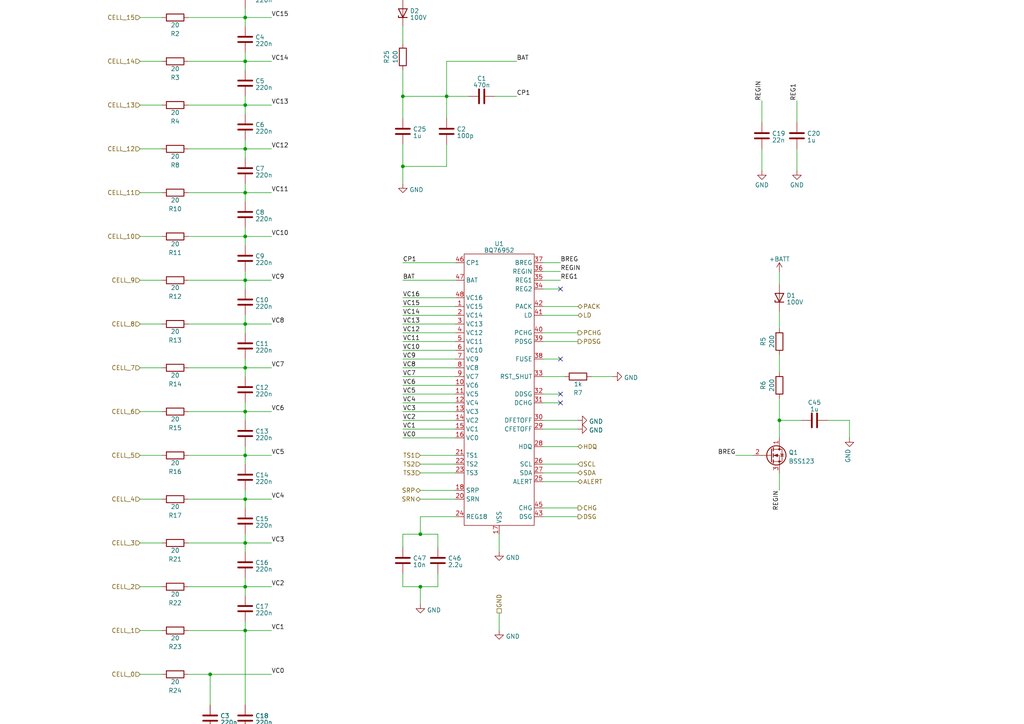
<source format=kicad_sch>
(kicad_sch (version 20230121) (generator eeschema)
  (paper "A4")
  (title_block (title "Protection and Balancing") (date "2022-10-30") (rev "Rev 0") (company "QTech BMS Dept"))
  (lib_symbols
    (symbol "Device:C" (pin_numbers hide) (pin_names (offset 0.254))
      (property "Reference" "C" (at 0.635 2.54 0))
      (property "Value" "C" (at 0.635 -2.54 0))
      (symbol "C_0_1"
        (polyline (pts (xy -2.032 -0.762) (xy 2.032 -0.762)) (stroke (width 0.508)))
        (polyline (pts (xy -2.032 0.762) (xy 2.032 0.762)) (stroke (width 0.508)))
      )
      (symbol "C_1_1"
        (pin passive line (at 0 3.81 270) (length 2.794) (name "~") (number "1"))
        (pin passive line (at 0 -3.81 90) (length 2.794) (name "~") (number "2"))
      )
    )
    (symbol "Device:D_Zener" (pin_numbers hide) (pin_names (offset 1.016) hide)
      (property "Reference" "D" (at 0 2.54 0))
      (property "Value" "D_Zener" (at 0 -2.54 0))
      (symbol "D_Zener_0_1"
        (polyline (pts (xy 1.27 0) (xy -1.27 0)))
        (polyline (pts (xy -1.27 -1.27) (xy -1.27 1.27) (xy -0.762 1.27)) (stroke (width 0.254)))
        (polyline (pts (xy 1.27 -1.27) (xy 1.27 1.27) (xy -1.27 0) (xy 1.27 -1.27)) (stroke (width 0.254)))
      )
      (symbol "D_Zener_1_1"
        (pin passive line (at -3.81 0 0) (length 2.54) (name "K") (number "1"))
        (pin passive line (at 3.81 0 180) (length 2.54) (name "A") (number "2"))
      )
    )
    (symbol "Device:Q_NMOS_DGS" (pin_names (offset 0) hide)
      (property "Reference" "Q" (at 5.08 1.27 0))
      (property "Value" "Q_NMOS_DGS" (at 5.08 -1.27 0))
      (symbol "Q_NMOS_DGS_0_1"
        (polyline (pts (xy 0.254 0) (xy -2.54 0)))
        (polyline (pts (xy 0.254 1.905) (xy 0.254 -1.905)) (stroke (width 0.254)))
        (polyline (pts (xy 0.762 -1.27) (xy 0.762 -2.286)) (stroke (width 0.254)))
        (polyline (pts (xy 0.762 0.508) (xy 0.762 -0.508)) (stroke (width 0.254)))
        (polyline (pts (xy 0.762 2.286) (xy 0.762 1.27)) (stroke (width 0.254)))
        (polyline (pts (xy 2.54 2.54) (xy 2.54 1.778)))
        (polyline (pts (xy 2.54 -2.54) (xy 2.54 0) (xy 0.762 0)))
        (polyline (pts (xy 0.762 -1.778) (xy 3.302 -1.778) (xy 3.302 1.778) (xy 0.762 1.778)))
        (polyline (pts (xy 1.016 0) (xy 2.032 0.381) (xy 2.032 -0.381) (xy 1.016 0)) (fill (type outline)))
        (polyline (pts (xy 2.794 0.508) (xy 2.921 0.381) (xy 3.683 0.381) (xy 3.81 0.254)))
        (polyline (pts (xy 3.302 0.381) (xy 2.921 -0.254) (xy 3.683 -0.254) (xy 3.302 0.381)))
        (circle (center 1.651 0) (radius 2.794) (stroke (width 0.254)))
        (circle (center 2.54 -1.778) (radius 0.254) (fill (type outline)))
        (circle (center 2.54 1.778) (radius 0.254) (fill (type outline)))
      )
      (symbol "Q_NMOS_DGS_1_1"
        (pin passive line (at 2.54 5.08 270) (length 2.54) (name "D") (number "1"))
        (pin input line (at -5.08 0 0) (length 2.54) (name "G") (number "2"))
        (pin passive line (at 2.54 -5.08 90) (length 2.54) (name "S") (number "3"))
      )
    )
    (symbol "Device:R" (pin_numbers hide) (pin_names (offset 0))
      (property "Reference" "R" (at 2.032 0 90))
      (property "Value" "R" (at 0 0 90))
      (symbol "R_0_1"
        (rectangle (start -1.016 -2.54) (end 1.016 2.54) (stroke (width 0.254)))
      )
      (symbol "R_1_1"
        (pin passive line (at 0 3.81 270) (length 1.27) (name "~") (number "1"))
        (pin passive line (at 0 -3.81 90) (length 1.27) (name "~") (number "2"))
      )
    )
    (symbol "power:+BATT" (power) (pin_names (offset 0))
      (property "Value" "+BATT" (at 0 3.556 0))
      (symbol "+BATT_0_1"
        (polyline (pts (xy -0.762 1.27) (xy 0 2.54)))
        (polyline (pts (xy 0 0) (xy 0 2.54)))
        (polyline (pts (xy 0 2.54) (xy 0.762 1.27)))
      )
      (symbol "+BATT_1_1"
        (pin power_in line (at 0 0 90) (length 0) hide (name "+BATT") (number "1"))
      )
    )
    (symbol "power:GND" (power) (pin_names (offset 0))
      (property "Value" "GND" (at 0 -3.81 0))
      (symbol "GND_0_1"
        (polyline (pts (xy 0 0) (xy 0 -1.27) (xy 1.27 -1.27) (xy 0 -2.54) (xy -1.27 -1.27) (xy 0 -1.27)))
      )
      (symbol "GND_1_1"
        (pin power_in line (at 0 0 270) (length 0) hide (name "GND") (number "1"))
      )
    )
    (symbol "qtech:BQ76952"
      (property "Reference" "U" (at 0 34.29 0))
      (property "Value" "BQ76952" (at 0 31.75 0))
      (symbol "BQ76952_0_1"
        (rectangle (start -10.16 30.48) (end 10.16 -48.26) (stroke (width 0.1524)))
      )
      (symbol "BQ76952_1_1"
        (pin bidirectional line (at -12.7 15.24 0) (length 2.54) (name "VC15") (number "1"))
        (pin bidirectional line (at -12.7 -7.62 0) (length 2.54) (name "VC6") (number "10"))
        (pin bidirectional line (at -12.7 -10.16 0) (length 2.54) (name "VC5") (number "11"))
        (pin bidirectional line (at -12.7 -12.7 0) (length 2.54) (name "VC4") (number "12"))
        (pin bidirectional line (at -12.7 -15.24 0) (length 2.54) (name "VC3") (number "13"))
        (pin bidirectional line (at -12.7 -17.78 0) (length 2.54) (name "VC2") (number "14"))
        (pin bidirectional line (at -12.7 -20.32 0) (length 2.54) (name "VC1") (number "15"))
        (pin bidirectional line (at -12.7 -22.86 0) (length 2.54) (name "VC0") (number "16"))
        (pin power_in line (at 0 -50.8 90) (length 2.54) (name "VSS") (number "17"))
        (pin input line (at -12.7 -38.1 0) (length 2.54) (name "SRP") (number "18"))
        (pin no_connect line (at 40.64 12.7 180) (length 2.54) hide (name "NC") (number "19"))
        (pin bidirectional line (at -12.7 12.7 0) (length 2.54) (name "VC14") (number "2"))
        (pin input line (at -12.7 -40.64 0) (length 2.54) (name "SRN") (number "20"))
        (pin bidirectional line (at -12.7 -27.94 0) (length 2.54) (name "TS1") (number "21"))
        (pin bidirectional line (at -12.7 -30.48 0) (length 2.54) (name "TS2") (number "22"))
        (pin bidirectional line (at -12.7 -33.02 0) (length 2.54) (name "TS3") (number "23"))
        (pin power_out line (at -12.7 -45.72 0) (length 2.54) (name "REG18") (number "24"))
        (pin bidirectional line (at 12.7 -35.56 180) (length 2.54) (name "ALERT") (number "25"))
        (pin input line (at 12.7 -30.48 180) (length 2.54) (name "SCL") (number "26"))
        (pin input line (at 12.7 -33.02 180) (length 2.54) (name "SDA") (number "27"))
        (pin bidirectional line (at 12.7 -25.4 180) (length 2.54) (name "HDQ") (number "28"))
        (pin bidirectional line (at 12.7 -20.32 180) (length 2.54) (name "CFETOFF") (number "29"))
        (pin bidirectional line (at -12.7 10.16 0) (length 2.54) (name "VC13") (number "3"))
        (pin bidirectional line (at 12.7 -17.78 180) (length 2.54) (name "DFETOFF") (number "30"))
        (pin bidirectional line (at 12.7 -12.7 180) (length 2.54) (name "DCHG") (number "31"))
        (pin bidirectional line (at 12.7 -10.16 180) (length 2.54) (name "DDSG") (number "32"))
        (pin input line (at 12.7 -5.08 180) (length 2.54) (name "RST_SHUT") (number "33"))
        (pin power_out line (at 12.7 20.32 180) (length 2.54) (name "REG2") (number "34"))
        (pin power_out line (at 12.7 22.86 180) (length 2.54) (name "REG1") (number "35"))
        (pin power_in line (at 12.7 25.4 180) (length 2.54) (name "REGIN") (number "36"))
        (pin output line (at 12.7 27.94 180) (length 2.54) (name "BREG") (number "37"))
        (pin bidirectional line (at 12.7 0 180) (length 2.54) (name "FUSE") (number "38"))
        (pin output line (at 12.7 5.08 180) (length 2.54) (name "PDSG") (number "39"))
        (pin bidirectional line (at -12.7 7.62 0) (length 2.54) (name "VC12") (number "4"))
        (pin output line (at 12.7 7.62 180) (length 2.54) (name "PCHG") (number "40"))
        (pin bidirectional line (at 12.7 12.7 180) (length 2.54) (name "LD") (number "41"))
        (pin input line (at 12.7 15.24 180) (length 2.54) (name "PACK") (number "42"))
        (pin output line (at 12.7 -45.72 180) (length 2.54) (name "DSG") (number "43"))
        (pin no_connect line (at 40.64 10.16 180) (length 2.54) hide (name "NC") (number "44"))
        (pin output line (at 12.7 -43.18 180) (length 2.54) (name "CHG") (number "45"))
        (pin bidirectional line (at -12.7 27.94 0) (length 2.54) (name "CP1") (number "46"))
        (pin input line (at -12.7 22.86 0) (length 2.54) (name "BAT") (number "47"))
        (pin bidirectional line (at -12.7 17.78 0) (length 2.54) (name "VC16") (number "48"))
        (pin bidirectional line (at -12.7 5.08 0) (length 2.54) (name "VC11") (number "5"))
        (pin bidirectional line (at -12.7 2.54 0) (length 2.54) (name "VC10") (number "6"))
        (pin bidirectional line (at -12.7 0 0) (length 2.54) (name "VC9") (number "7"))
        (pin bidirectional line (at -12.7 -2.54 0) (length 2.54) (name "VC8") (number "8"))
        (pin bidirectional line (at -12.7 -5.08 0) (length 2.54) (name "VC7") (number "9"))
      )
    )
  )
  (junction (at 116.84 27.94))
  (junction (at 71.12 30.48))
  (junction (at 71.12 170.18))
  (junction (at 116.84 48.26))
  (junction (at 121.92 154.94))
  (junction (at 226.06 121.92))
  (junction (at 71.12 43.18))
  (junction (at 121.92 170.18))
  (junction (at 50.8 -7.62))
  (junction (at 71.12 93.98))
  (junction (at 71.12 144.78))
  (junction (at 71.12 -7.62))
  (junction (at 129.54 27.94))
  (junction (at 71.12 182.88))
  (junction (at 71.12 132.08))
  (junction (at 60.96 195.58))
  (junction (at 71.12 119.38))
  (junction (at 71.12 55.88))
  (junction (at 71.12 215.9))
  (junction (at 71.12 68.58))
  (junction (at 71.12 17.78))
  (junction (at 71.12 157.48))
  (junction (at 71.12 5.08))
  (junction (at 71.12 81.28))
  (junction (at 71.12 106.68))
  (no_connect (at 162.56 114.3))
  (no_connect (at 162.56 104.14))
  (no_connect (at 162.56 83.82))
  (no_connect (at 162.56 116.84))
  (wire (pts (xy 116.84 111.76) (xy 132.08 111.76)))
  (wire (pts (xy 143.51 27.94) (xy 149.86 27.94)))
  (wire (pts (xy 116.84 121.92) (xy 132.08 121.92)))
  (wire (pts (xy 40.64 157.48) (xy 46.99 157.48)))
  (wire (pts (xy 54.61 132.08) (xy 71.12 132.08)))
  (wire (pts (xy 226.06 90.17) (xy 226.06 95.25)))
  (wire (pts (xy 54.61 5.08) (xy 71.12 5.08)))
  (wire (pts (xy 157.48 134.62) (xy 167.64 134.62)))
  (wire (pts (xy 71.12 17.78) (xy 71.12 20.32)))
  (wire (pts (xy 157.48 116.84) (xy 162.56 116.84)))
  (wire (pts (xy 127 158.75) (xy 127 154.94)))
  (wire (pts (xy 157.48 91.44) (xy 167.64 91.44)))
  (wire (pts (xy 129.54 27.94) (xy 129.54 17.78)))
  (wire (pts (xy 71.12 78.74) (xy 71.12 81.28)))
  (wire (pts (xy 40.64 43.18) (xy 46.99 43.18)))
  (wire (pts (xy 157.48 109.22) (xy 163.83 109.22)))
  (wire (pts (xy 71.12 30.48) (xy 71.12 33.02)))
  (wire (pts (xy 116.84 99.06) (xy 132.08 99.06)))
  (wire (pts (xy 71.12 215.9) (xy 71.12 220.98)))
  (wire (pts (xy 129.54 34.29) (xy 129.54 27.94)))
  (wire (pts (xy 171.45 109.22) (xy 177.8 109.22)))
  (wire (pts (xy 116.84 91.44) (xy 132.08 91.44)))
  (wire (pts (xy 132.08 144.78) (xy 121.92 144.78)))
  (wire (pts (xy 220.98 29.21) (xy 220.98 35.56)))
  (wire (pts (xy 71.12 167.64) (xy 71.12 170.18)))
  (wire (pts (xy 50.8 -15.24) (xy 50.8 -7.62)))
  (wire (pts (xy 116.84 93.98) (xy 132.08 93.98)))
  (wire (pts (xy 71.12 129.54) (xy 71.12 132.08)))
  (wire (pts (xy 54.61 195.58) (xy 60.96 195.58)))
  (wire (pts (xy 116.84 41.91) (xy 116.84 48.26)))
  (wire (pts (xy 226.06 121.92) (xy 232.41 121.92)))
  (wire (pts (xy 71.12 119.38) (xy 78.74 119.38)))
  (wire (pts (xy 157.48 139.7) (xy 167.64 139.7)))
  (wire (pts (xy 157.48 78.74) (xy 162.56 78.74)))
  (wire (pts (xy 121.92 170.18) (xy 127 170.18)))
  (wire (pts (xy 60.96 195.58) (xy 78.74 195.58)))
  (wire (pts (xy 157.48 99.06) (xy 167.64 99.06)))
  (wire (pts (xy 71.12 93.98) (xy 71.12 96.52)))
  (wire (pts (xy 64.77 -7.62) (xy 71.12 -7.62)))
  (wire (pts (xy 71.12 27.94) (xy 71.12 30.48)))
  (wire (pts (xy 121.92 149.86) (xy 121.92 154.94)))
  (wire (pts (xy 144.78 154.94) (xy 144.78 160.02)))
  (wire (pts (xy 226.06 115.57) (xy 226.06 121.92)))
  (wire (pts (xy 71.12 212.09) (xy 71.12 215.9)))
  (wire (pts (xy 231.14 29.21) (xy 231.14 35.56)))
  (wire (pts (xy 40.64 132.08) (xy 46.99 132.08)))
  (wire (pts (xy 71.12 180.34) (xy 71.12 182.88)))
  (wire (pts (xy 71.12 119.38) (xy 71.12 121.92)))
  (wire (pts (xy 157.48 96.52) (xy 167.64 96.52)))
  (wire (pts (xy 71.12 30.48) (xy 78.74 30.48)))
  (wire (pts (xy 40.64 55.88) (xy 46.99 55.88)))
  (wire (pts (xy 50.8 -7.62) (xy 57.15 -7.62)))
  (wire (pts (xy 60.96 212.09) (xy 60.96 215.9)))
  (wire (pts (xy 71.12 142.24) (xy 71.12 144.78)))
  (wire (pts (xy 40.64 -7.62) (xy 50.8 -7.62)))
  (wire (pts (xy 116.84 -3.81) (xy 116.84 0)))
  (wire (pts (xy 40.64 5.08) (xy 46.99 5.08)))
  (wire (pts (xy 71.12 157.48) (xy 78.74 157.48)))
  (wire (pts (xy 246.38 121.92) (xy 246.38 127)))
  (wire (pts (xy 121.92 154.94) (xy 116.84 154.94)))
  (wire (pts (xy 218.44 132.08) (xy 213.36 132.08)))
  (wire (pts (xy 71.12 55.88) (xy 71.12 58.42)))
  (wire (pts (xy 40.64 30.48) (xy 46.99 30.48)))
  (wire (pts (xy 121.92 170.18) (xy 121.92 175.26)))
  (wire (pts (xy 240.03 121.92) (xy 246.38 121.92)))
  (wire (pts (xy 71.12 170.18) (xy 78.74 170.18)))
  (wire (pts (xy 40.64 81.28) (xy 46.99 81.28)))
  (wire (pts (xy 157.48 114.3) (xy 162.56 114.3)))
  (wire (pts (xy 71.12 -7.62) (xy 78.74 -7.62)))
  (wire (pts (xy 71.12 182.88) (xy 78.74 182.88)))
  (wire (pts (xy 157.48 81.28) (xy 162.56 81.28)))
  (wire (pts (xy 71.12 106.68) (xy 78.74 106.68)))
  (wire (pts (xy 132.08 142.24) (xy 121.92 142.24)))
  (wire (pts (xy 54.61 30.48) (xy 71.12 30.48)))
  (wire (pts (xy 132.08 134.62) (xy 121.92 134.62)))
  (wire (pts (xy 116.84 48.26) (xy 129.54 48.26)))
  (wire (pts (xy 116.84 27.94) (xy 129.54 27.94)))
  (wire (pts (xy 54.61 93.98) (xy 71.12 93.98)))
  (wire (pts (xy 54.61 43.18) (xy 71.12 43.18)))
  (wire (pts (xy 129.54 17.78) (xy 149.86 17.78)))
  (wire (pts (xy 231.14 43.18) (xy 231.14 49.53)))
  (wire (pts (xy 54.61 182.88) (xy 71.12 182.88)))
  (wire (pts (xy 157.48 76.2) (xy 162.56 76.2)))
  (wire (pts (xy 71.12 40.64) (xy 71.12 43.18)))
  (wire (pts (xy 40.64 119.38) (xy 46.99 119.38)))
  (wire (pts (xy 54.61 68.58) (xy 71.12 68.58)))
  (wire (pts (xy 116.84 166.37) (xy 116.84 170.18)))
  (wire (pts (xy 116.84 20.32) (xy 116.84 27.94)))
  (wire (pts (xy 54.61 55.88) (xy 71.12 55.88)))
  (wire (pts (xy 40.64 68.58) (xy 46.99 68.58)))
  (wire (pts (xy 54.61 119.38) (xy 71.12 119.38)))
  (wire (pts (xy 220.98 43.18) (xy 220.98 49.53)))
  (wire (pts (xy 226.06 102.87) (xy 226.06 107.95)))
  (wire (pts (xy 71.12 2.54) (xy 71.12 5.08)))
  (wire (pts (xy 157.48 121.92) (xy 167.64 121.92)))
  (wire (pts (xy 127 170.18) (xy 127 166.37)))
  (wire (pts (xy 157.48 83.82) (xy 162.56 83.82)))
  (wire (pts (xy 116.84 104.14) (xy 132.08 104.14)))
  (wire (pts (xy 116.84 170.18) (xy 121.92 170.18)))
  (wire (pts (xy 54.61 157.48) (xy 71.12 157.48)))
  (wire (pts (xy 40.64 106.68) (xy 46.99 106.68)))
  (wire (pts (xy 116.84 27.94) (xy 116.84 34.29)))
  (wire (pts (xy 71.12 17.78) (xy 78.74 17.78)))
  (wire (pts (xy 71.12 144.78) (xy 78.74 144.78)))
  (wire (pts (xy 116.84 86.36) (xy 132.08 86.36)))
  (wire (pts (xy 157.48 124.46) (xy 167.64 124.46)))
  (wire (pts (xy 40.64 182.88) (xy 46.99 182.88)))
  (wire (pts (xy 71.12 43.18) (xy 71.12 45.72)))
  (wire (pts (xy 71.12 81.28) (xy 71.12 83.82)))
  (wire (pts (xy 116.84 88.9) (xy 132.08 88.9)))
  (wire (pts (xy 71.12 5.08) (xy 78.74 5.08)))
  (wire (pts (xy 226.06 121.92) (xy 226.06 127)))
  (wire (pts (xy 71.12 182.88) (xy 71.12 204.47)))
  (wire (pts (xy 71.12 104.14) (xy 71.12 106.68)))
  (wire (pts (xy 71.12 157.48) (xy 71.12 160.02)))
  (wire (pts (xy 54.61 144.78) (xy 71.12 144.78)))
  (wire (pts (xy 226.06 137.16) (xy 226.06 142.24)))
  (wire (pts (xy 71.12 68.58) (xy 71.12 71.12)))
  (wire (pts (xy 71.12 154.94) (xy 71.12 157.48)))
  (wire (pts (xy 116.84 7.62) (xy 116.84 12.7)))
  (wire (pts (xy 40.64 93.98) (xy 46.99 93.98)))
  (wire (pts (xy 71.12 106.68) (xy 71.12 109.22)))
  (wire (pts (xy 60.96 195.58) (xy 60.96 204.47)))
  (wire (pts (xy 71.12 55.88) (xy 78.74 55.88)))
  (wire (pts (xy 71.12 5.08) (xy 71.12 7.62)))
  (wire (pts (xy 54.61 170.18) (xy 71.12 170.18)))
  (wire (pts (xy 54.61 106.68) (xy 71.12 106.68)))
  (wire (pts (xy 116.84 96.52) (xy 132.08 96.52)))
  (wire (pts (xy 71.12 93.98) (xy 78.74 93.98)))
  (wire (pts (xy 40.64 17.78) (xy 46.99 17.78)))
  (wire (pts (xy 54.61 17.78) (xy 71.12 17.78)))
  (wire (pts (xy 71.12 66.04) (xy 71.12 68.58)))
  (wire (pts (xy 71.12 132.08) (xy 71.12 134.62)))
  (wire (pts (xy 60.96 215.9) (xy 71.12 215.9)))
  (wire (pts (xy 144.78 177.8) (xy 144.78 182.88)))
  (wire (pts (xy 127 154.94) (xy 121.92 154.94)))
  (wire (pts (xy 157.48 147.32) (xy 167.64 147.32)))
  (wire (pts (xy 129.54 48.26) (xy 129.54 41.91)))
  (wire (pts (xy 116.84 154.94) (xy 116.84 158.75)))
  (wire (pts (xy 157.48 137.16) (xy 167.64 137.16)))
  (wire (pts (xy 40.64 170.18) (xy 46.99 170.18)))
  (wire (pts (xy 71.12 43.18) (xy 78.74 43.18)))
  (wire (pts (xy 71.12 53.34) (xy 71.12 55.88)))
  (wire (pts (xy 116.84 127) (xy 132.08 127)))
  (wire (pts (xy 71.12 170.18) (xy 71.12 172.72)))
  (wire (pts (xy 116.84 101.6) (xy 132.08 101.6)))
  (wire (pts (xy 157.48 104.14) (xy 162.56 104.14)))
  (wire (pts (xy 116.84 106.68) (xy 132.08 106.68)))
  (wire (pts (xy 116.84 114.3) (xy 132.08 114.3)))
  (wire (pts (xy 116.84 48.26) (xy 116.84 53.34)))
  (wire (pts (xy 71.12 116.84) (xy 71.12 119.38)))
  (wire (pts (xy 157.48 88.9) (xy 167.64 88.9)))
  (wire (pts (xy 71.12 91.44) (xy 71.12 93.98)))
  (wire (pts (xy 157.48 149.86) (xy 167.64 149.86)))
  (wire (pts (xy 116.84 76.2) (xy 132.08 76.2)))
  (wire (pts (xy 121.92 149.86) (xy 132.08 149.86)))
  (wire (pts (xy 54.61 81.28) (xy 71.12 81.28)))
  (wire (pts (xy 132.08 137.16) (xy 121.92 137.16)))
  (wire (pts (xy 71.12 -7.62) (xy 71.12 -5.08)))
  (wire (pts (xy 132.08 132.08) (xy 121.92 132.08)))
  (wire (pts (xy 40.64 195.58) (xy 46.99 195.58)))
  (wire (pts (xy 71.12 144.78) (xy 71.12 147.32)))
  (wire (pts (xy 116.84 116.84) (xy 132.08 116.84)))
  (wire (pts (xy 116.84 124.46) (xy 132.08 124.46)))
  (wire (pts (xy 71.12 15.24) (xy 71.12 17.78)))
  (wire (pts (xy 116.84 81.28) (xy 132.08 81.28)))
  (wire (pts (xy 71.12 132.08) (xy 78.74 132.08)))
  (wire (pts (xy 157.48 129.54) (xy 167.64 129.54)))
  (wire (pts (xy 129.54 27.94) (xy 135.89 27.94)))
  (wire (pts (xy 116.84 119.38) (xy 132.08 119.38)))
  (wire (pts (xy 71.12 81.28) (xy 78.74 81.28)))
  (wire (pts (xy 40.64 144.78) (xy 46.99 144.78)))
  (wire (pts (xy 226.06 78.74) (xy 226.06 82.55)))
  (wire (pts (xy 116.84 109.22) (xy 132.08 109.22)))
  (wire (pts (xy 71.12 68.58) (xy 78.74 68.58)))
  (label "VC7" (at 78.74 106.68 0))
  (label "VC4" (at 116.84 116.84 0))
  (label "BAT" (at 149.86 17.78 0))
  (label "VC1" (at 78.74 182.88 0))
  (label "VC5" (at 78.74 132.08 0))
  (label "VC0" (at 78.74 195.58 0))
  (label "VC15" (at 78.74 5.08 0))
  (label "BAT" (at 116.84 81.28 0))
  (label "VC10" (at 116.84 101.6 0))
  (label "VC3" (at 78.74 157.48 0))
  (label "VC15" (at 116.84 88.9 0))
  (label "REGIN" (at 220.98 29.21 90))
  (label "VC3" (at 116.84 119.38 0))
  (label "REGIN" (at 162.56 78.74 0))
  (label "VC14" (at 116.84 91.44 0))
  (label "REG1" (at 162.56 81.28 0))
  (label "VC0" (at 116.84 127 0))
  (label "VC6" (at 116.84 111.76 0))
  (label "VC16" (at 116.84 86.36 0))
  (label "VC13" (at 116.84 93.98 0))
  (label "REG1" (at 231.14 29.21 90))
  (label "VC6" (at 78.74 119.38 0))
  (label "VC4" (at 78.74 144.78 0))
  (label "CP1" (at 149.86 27.94 0))
  (label "VC16" (at 78.74 -7.62 0))
  (label "VC7" (at 116.84 109.22 0))
  (label "VC12" (at 116.84 96.52 0))
  (label "VC1" (at 116.84 124.46 0))
  (label "VC12" (at 78.74 43.18 0))
  (label "VC9" (at 116.84 104.14 0))
  (label "VC10" (at 78.74 68.58 0))
  (label "BREG" (at 213.36 132.08 180))
  (label "VC13" (at 78.74 30.48 0))
  (label "VC11" (at 78.74 55.88 0))
  (label "VC11" (at 116.84 99.06 0))
  (label "CP1" (at 116.84 76.2 0))
  (label "VC9" (at 78.74 81.28 0))
  (label "BREG" (at 162.56 76.2 0))
  (label "VC8" (at 78.74 93.98 0))
  (label "VC2" (at 116.84 121.92 0))
  (label "VC5" (at 116.84 114.3 0))
  (label "REGIN" (at 226.06 142.24 270))
  (label "VC14" (at 78.74 17.78 0))
  (label "VC8" (at 116.84 106.68 0))
  (label "VC2" (at 78.74 170.18 0))
  (hierarchical_label "PDSG" (shape output) (at 167.64 99.06 0))
  (hierarchical_label "SRP" (shape bidirectional) (at 121.92 142.24 180))
  (hierarchical_label "DSG" (shape output) (at 167.64 149.86 0))
  (hierarchical_label "CELL_13" (shape input) (at 40.64 30.48 180))
  (hierarchical_label "CELL_2" (shape input) (at 40.64 170.18 180))
  (hierarchical_label "CELL_14" (shape input) (at 40.64 17.78 180))
  (hierarchical_label "LD" (shape bidirectional) (at 167.64 91.44 0))
  (hierarchical_label "CELL_0" (shape input) (at 40.64 195.58 180))
  (hierarchical_label "CELL_15" (shape input) (at 40.64 5.08 180))
  (hierarchical_label "CELL_9" (shape input) (at 40.64 81.28 180))
  (hierarchical_label "CELL_5" (shape input) (at 40.64 132.08 180))
  (hierarchical_label "CELL_3" (shape input) (at 40.64 157.48 180))
  (hierarchical_label "TS1" (shape input) (at 121.92 132.08 180))
  (hierarchical_label "TS2" (shape input) (at 121.92 134.62 180))
  (hierarchical_label "CELL_16" (shape input) (at 40.64 -7.62 180))
  (hierarchical_label "CELL_10" (shape input) (at 40.64 68.58 180))
  (hierarchical_label "SCL" (shape input) (at 167.64 134.62 0))
  (hierarchical_label "CELL_7" (shape input) (at 40.64 106.68 180))
  (hierarchical_label "CELL_1" (shape input) (at 40.64 182.88 180))
  (hierarchical_label "CELL_4" (shape input) (at 40.64 144.78 180))
  (hierarchical_label "SRN" (shape bidirectional) (at 121.92 144.78 180))
  (hierarchical_label "PCHG" (shape output) (at 167.64 96.52 0))
  (hierarchical_label "TS3" (shape input) (at 121.92 137.16 180))
  (hierarchical_label "PACK" (shape bidirectional) (at 167.64 88.9 0))
  (hierarchical_label "SDA" (shape bidirectional) (at 167.64 137.16 0))
  (hierarchical_label "CHG" (shape output) (at 167.64 147.32 0))
  (hierarchical_label "CELL_11" (shape input) (at 40.64 55.88 180))
  (hierarchical_label "CELL_8" (shape input) (at 40.64 93.98 180))
  (hierarchical_label "HDQ" (shape bidirectional) (at 167.64 129.54 0))
  (hierarchical_label "ALERT" (shape bidirectional) (at 167.64 139.7 0))
  (hierarchical_label "CELL_12" (shape input) (at 40.64 43.18 180))
  (hierarchical_label "CELL_6" (shape input) (at 40.64 119.38 180))
  (hierarchical_label "GND" (shape passive) (at 144.78 177.8 90))
  (symbol (lib_id "Device:C") (at 220.98 39.37 180) (unit 1)
    (property "Reference" "C19" (at 223.901 38.7263 0) (effects (justify right)))
    (property "Value" "22n" (at 223.901 40.6473 0) (effects (justify right)))
    (property "Footprint" "Capacitor_SMD:C_0603_1608Metric" (effects hide))
    (property "Src_Value" "C_ine" (effects hide))
    (property "Src_Page" "20" (effects hide))
  )
  (symbol (lib_id "Device:R") (at 50.8 5.08 270) (unit 1)
    (property "Reference" "R2" (at 50.8 9.7958 90))
    (property "Value" "20" (at 50.8 7.2589 90))
    (property "Footprint" "Resistor_SMD:R_1210_3225Metric" (effects hide))
  )
  (symbol (lib_id "Device:R") (at 50.8 81.28 270) (unit 1)
    (property "Reference" "R12" (at 50.8 85.9958 90))
    (property "Value" "20" (at 50.8 83.4589 90))
    (property "Footprint" "Resistor_SMD:R_1210_3225Metric" (effects hide))
  )
  (symbol (lib_id "Device:R") (at 50.8 93.98 270) (unit 1)
    (property "Reference" "R13" (at 50.8 98.6958 90))
    (property "Value" "20" (at 50.8 96.1589 90))
    (property "Footprint" "Resistor_SMD:R_1210_3225Metric" (effects hide))
  )
  (symbol (lib_id "Device:C") (at 71.12 74.93 0) (unit 1)
    (property "Reference" "C9" (at 74.041 74.2863 0) (effects (justify left)))
    (property "Value" "220n" (at 74.041 76.2073 0) (effects (justify left)))
    (property "Footprint" "Capacitor_SMD:C_0603_1608Metric" (effects hide))
    (property "Src_Value" "C_ine" (effects hide))
    (property "Src_Page" "20" (effects hide))
  )
  (symbol (lib_id "Device:D_Zener") (at 116.84 3.81 90) (unit 1)
    (property "Reference" "D2" (at 118.872 3.1663 90) (effects (justify right)))
    (property "Value" "100V" (at 118.872 5.0873 90) (effects (justify right)))
    (property "Footprint" "Diode_SMD:D_SMB" (effects hide))
  )
  (symbol (lib_id "Device:C") (at 116.84 38.1 180) (unit 1)
    (property "Reference" "C25" (at 119.761 37.4563 0) (effects (justify right)))
    (property "Value" "1u" (at 119.761 39.3773 0) (effects (justify right)))
    (property "Footprint" "Capacitor_SMD:C_0603_1608Metric" (effects hide))
    (property "Src_Value" "C_ine" (effects hide))
    (property "Src_Page" "20" (effects hide))
  )
  (symbol (lib_id "Device:R") (at 50.8 170.18 270) (unit 1)
    (property "Reference" "R22" (at 50.8 174.8958 90))
    (property "Value" "20" (at 50.8 172.3589 90))
    (property "Footprint" "Resistor_SMD:R_1210_3225Metric" (effects hide))
  )
  (symbol (lib_id "Device:R") (at 50.8 195.58 270) (unit 1)
    (property "Reference" "R24" (at 50.8 200.2958 90))
    (property "Value" "20" (at 50.8 197.7589 90))
    (property "Footprint" "Resistor_SMD:R_1210_3225Metric" (effects hide))
  )
  (symbol (lib_id "power:GND") (at 220.98 49.53 0) (unit 1)
    (property "Reference" "#PWR09" (effects hide))
    (property "Value" "GND" (at 220.98 53.6655 0))
  )
  (symbol (lib_id "Device:C") (at 231.14 39.37 180) (unit 1)
    (property "Reference" "C20" (at 234.061 38.7263 0) (effects (justify right)))
    (property "Value" "1u" (at 234.061 40.6473 0) (effects (justify right)))
    (property "Footprint" "Capacitor_SMD:C_0603_1608Metric" (effects hide))
    (property "Src_Value" "C_ine" (effects hide))
    (property "Src_Page" "20" (effects hide))
  )
  (symbol (lib_id "power:+BATT") (at 50.8 -15.24 0) (unit 1)
    (property "Reference" "#PWR03" (effects hide))
    (property "Value" "+BATT" (at 50.8 -18.8158 0))
  )
  (symbol (lib_id "Device:C") (at 71.12 176.53 0) (unit 1)
    (property "Reference" "C17" (at 74.041 175.8863 0) (effects (justify left)))
    (property "Value" "220n" (at 74.041 177.8073 0) (effects (justify left)))
    (property "Footprint" "Capacitor_SMD:C_0603_1608Metric" (effects hide))
    (property "Src_Value" "C_ine" (effects hide))
    (property "Src_Page" "20" (effects hide))
  )
  (symbol (lib_id "Device:R") (at 50.8 55.88 270) (unit 1)
    (property "Reference" "R10" (at 50.8 60.5958 90))
    (property "Value" "20" (at 50.8 58.0589 90))
    (property "Footprint" "Resistor_SMD:R_1210_3225Metric" (effects hide))
  )
  (symbol (lib_id "power:+BATT") (at 226.06 78.74 0) (unit 1)
    (property "Reference" "#PWR010" (effects hide))
    (property "Value" "+BATT" (at 226.06 75.1642 0))
  )
  (symbol (lib_id "Device:C") (at 71.12 100.33 0) (unit 1)
    (property "Reference" "C11" (at 74.041 99.6863 0) (effects (justify left)))
    (property "Value" "220n" (at 74.041 101.6073 0) (effects (justify left)))
    (property "Footprint" "Capacitor_SMD:C_0603_1608Metric" (effects hide))
    (property "Src_Value" "C_ine" (effects hide))
    (property "Src_Page" "20" (effects hide))
  )
  (symbol (lib_id "Device:C") (at 236.22 121.92 270) (unit 1)
    (property "Reference" "C45" (at 236.22 116.7511 90))
    (property "Value" "1u" (at 236.22 118.6721 90))
    (property "Footprint" "Capacitor_SMD:C_1210_3225Metric" (effects hide))
    (property "Src_Value" "C_ine" (effects hide))
    (property "Src_Page" "20" (effects hide))
  )
  (symbol (lib_id "Device:C") (at 71.12 125.73 0) (unit 1)
    (property "Reference" "C13" (at 74.041 125.0863 0) (effects (justify left)))
    (property "Value" "220n" (at 74.041 127.0073 0) (effects (justify left)))
    (property "Footprint" "Capacitor_SMD:C_0603_1608Metric" (effects hide))
    (property "Src_Value" "C_ine" (effects hide))
    (property "Src_Page" "20" (effects hide))
  )
  (symbol (lib_id "Device:R") (at 50.8 157.48 270) (unit 1)
    (property "Reference" "R21" (at 50.8 162.1958 90))
    (property "Value" "20" (at 50.8 159.6589 90))
    (property "Footprint" "Resistor_SMD:R_1210_3225Metric" (effects hide))
  )
  (symbol (lib_id "power:GND") (at 177.8 109.22 90) (unit 1)
    (property "Reference" "#PWR033" (effects hide))
    (property "Value" "GND" (at 180.975 109.5368 90) (effects (justify right)))
  )
  (symbol (lib_id "Device:C") (at 60.96 208.28 0) (unit 1)
    (property "Reference" "C3" (at 63.881 207.6363 0) (effects (justify left)))
    (property "Value" "220n" (at 63.881 209.5573 0) (effects (justify left)))
    (property "Footprint" "Capacitor_SMD:C_0603_1608Metric" (effects hide))
    (property "Src_Value" "C_ine" (effects hide))
    (property "Src_Page" "20" (effects hide))
  )
  (symbol (lib_id "Device:R") (at 50.8 68.58 270) (unit 1)
    (property "Reference" "R11" (at 50.8 73.2958 90))
    (property "Value" "20" (at 50.8 70.7589 90))
    (property "Footprint" "Resistor_SMD:R_1210_3225Metric" (effects hide))
  )
  (symbol (lib_id "Device:R") (at 167.64 109.22 270) (unit 1)
    (property "Reference" "R7" (at 167.64 113.9358 90))
    (property "Value" "1k" (at 167.64 111.3989 90))
    (property "Footprint" "Resistor_SMD:R_0805_2012Metric" (effects hide))
  )
  (symbol (lib_id "Device:C") (at 71.12 113.03 0) (unit 1)
    (property "Reference" "C12" (at 74.041 112.3863 0) (effects (justify left)))
    (property "Value" "220n" (at 74.041 114.3073 0) (effects (justify left)))
    (property "Footprint" "Capacitor_SMD:C_0603_1608Metric" (effects hide))
    (property "Src_Value" "C_ine" (effects hide))
    (property "Src_Page" "20" (effects hide))
  )
  (symbol (lib_id "power:GND") (at 246.38 127 0) (unit 1)
    (property "Reference" "#PWR012" (effects hide))
    (property "Value" "GND" (at 245.9462 130.175 90) (effects (justify right)))
  )
  (symbol (lib_id "Device:R") (at 60.96 -7.62 270) (unit 1)
    (property "Reference" "R9" (at 60.96 -2.9042 90))
    (property "Value" "20" (at 60.96 -5.4411 90))
    (property "Footprint" "Resistor_SMD:R_1210_3225Metric" (effects hide))
  )
  (symbol (lib_id "power:GND") (at 121.92 175.26 0) (unit 1)
    (property "Reference" "#PWR032" (effects hide))
    (property "Value" "GND" (at 123.825 176.9638 0) (effects (justify left)))
  )
  (symbol (lib_id "Device:R") (at 226.06 99.06 180) (unit 1)
    (property "Reference" "R5" (at 221.3442 99.06 90))
    (property "Value" "200" (at 223.8811 99.06 90))
    (property "Footprint" "Resistor_SMD:R_0805_2012Metric" (effects hide))
  )
  (symbol (lib_id "Device:Q_NMOS_DGS") (at 223.52 132.08 0) (unit 1)
    (property "Reference" "Q1" (at 228.7269 131.2453 0) (effects (justify left)))
    (property "Value" "BSS123" (at 228.7269 133.7822 0) (effects (justify left)))
    (property "Footprint" "Package_TO_SOT_SMD:SOT-23" (effects hide))
    (property "Src_Value" "bal_fet" (effects hide))
  )
  (symbol (lib_id "power:GND") (at 144.78 182.88 0) (unit 1)
    (property "Reference" "#PWR07" (effects hide))
    (property "Value" "GND" (at 146.685 184.5838 0) (effects (justify left)))
  )
  (symbol (lib_id "Device:C") (at 71.12 163.83 0) (unit 1)
    (property "Reference" "C16" (at 74.041 163.1863 0) (effects (justify left)))
    (property "Value" "220n" (at 74.041 165.1073 0) (effects (justify left)))
    (property "Footprint" "Capacitor_SMD:C_0603_1608Metric" (effects hide))
    (property "Src_Value" "C_ine" (effects hide))
    (property "Src_Page" "20" (effects hide))
  )
  (symbol (lib_id "power:GND") (at 231.14 49.53 0) (unit 1)
    (property "Reference" "#PWR08" (effects hide))
    (property "Value" "GND" (at 231.14 53.6655 0))
  )
  (symbol (lib_id "Device:C") (at 129.54 38.1 180) (unit 1)
    (property "Reference" "C2" (at 132.461 37.4563 0) (effects (justify right)))
    (property "Value" "100p" (at 132.461 39.3773 0) (effects (justify right)))
    (property "Footprint" "Capacitor_SMD:C_0603_1608Metric" (effects hide))
    (property "Src_Value" "C_ine" (effects hide))
    (property "Src_Page" "20" (effects hide))
  )
  (symbol (lib_id "power:GND") (at 116.84 53.34 0) (unit 1)
    (property "Reference" "#PWR04" (effects hide))
    (property "Value" "GND" (at 118.745 55.0438 0) (effects (justify left)))
  )
  (symbol (lib_id "Device:R") (at 50.8 43.18 270) (unit 1)
    (property "Reference" "R8" (at 50.8 47.8958 90))
    (property "Value" "20" (at 50.8 45.3589 90))
    (property "Footprint" "Resistor_SMD:R_1210_3225Metric" (effects hide))
  )
  (symbol (lib_id "Device:R") (at 50.8 182.88 270) (unit 1)
    (property "Reference" "R23" (at 50.8 187.5958 90))
    (property "Value" "20" (at 50.8 185.0589 90))
    (property "Footprint" "Resistor_SMD:R_1210_3225Metric" (effects hide))
  )
  (symbol (lib_id "Device:R") (at 50.8 119.38 270) (unit 1)
    (property "Reference" "R15" (at 50.8 124.0958 90))
    (property "Value" "20" (at 50.8 121.5589 90))
    (property "Footprint" "Resistor_SMD:R_1210_3225Metric" (effects hide))
  )
  (symbol (lib_id "Device:C") (at 71.12 208.28 0) (unit 1)
    (property "Reference" "C18" (at 74.041 207.6363 0) (effects (justify left)))
    (property "Value" "220n" (at 74.041 209.5573 0) (effects (justify left)))
    (property "Footprint" "Capacitor_SMD:C_0603_1608Metric" (effects hide))
    (property "Src_Value" "C_ine" (effects hide))
    (property "Src_Page" "20" (effects hide))
  )
  (symbol (lib_id "Device:C") (at 116.84 162.56 180) (unit 1)
    (property "Reference" "C47" (at 119.761 161.9163 0) (effects (justify right)))
    (property "Value" "10n" (at 119.761 163.8373 0) (effects (justify right)))
    (property "Footprint" "Capacitor_SMD:C_0603_1608Metric" (effects hide))
    (property "Src_Value" "C_ine" (effects hide))
    (property "Src_Page" "20" (effects hide))
  )
  (symbol (lib_id "Device:C") (at 71.12 138.43 0) (unit 1)
    (property "Reference" "C14" (at 74.041 137.7863 0) (effects (justify left)))
    (property "Value" "220n" (at 74.041 139.7073 0) (effects (justify left)))
    (property "Footprint" "Capacitor_SMD:C_0603_1608Metric" (effects hide))
    (property "Src_Value" "C_ine" (effects hide))
    (property "Src_Page" "20" (effects hide))
  )
  (symbol (lib_id "Device:R") (at 226.06 111.76 180) (unit 1)
    (property "Reference" "R6" (at 221.3442 111.76 90))
    (property "Value" "200" (at 223.8811 111.76 90))
    (property "Footprint" "Resistor_SMD:R_0805_2012Metric" (effects hide))
  )
  (symbol (lib_id "Device:R") (at 50.8 106.68 270) (unit 1)
    (property "Reference" "R14" (at 50.8 111.3958 90))
    (property "Value" "20" (at 50.8 108.8589 90))
    (property "Footprint" "Resistor_SMD:R_1210_3225Metric" (effects hide))
  )
  (symbol (lib_id "power:GND") (at 167.64 121.92 90) (unit 1)
    (property "Reference" "#PWR014" (effects hide))
    (property "Value" "GND" (at 170.815 122.2368 90) (effects (justify right)))
  )
  (symbol (lib_id "Device:C") (at 127 162.56 180) (unit 1)
    (property "Reference" "C46" (at 129.921 161.9163 0) (effects (justify right)))
    (property "Value" "2.2u" (at 129.921 163.8373 0) (effects (justify right)))
    (property "Footprint" "Capacitor_SMD:C_0603_1608Metric" (effects hide))
    (property "Src_Value" "C_ine" (effects hide))
    (property "Src_Page" "20" (effects hide))
  )
  (symbol (lib_id "Device:C") (at 71.12 62.23 0) (unit 1)
    (property "Reference" "C8" (at 74.041 61.5863 0) (effects (justify left)))
    (property "Value" "220n" (at 74.041 63.5073 0) (effects (justify left)))
    (property "Footprint" "Capacitor_SMD:C_0603_1608Metric" (effects hide))
    (property "Src_Value" "C_ine" (effects hide))
    (property "Src_Page" "20" (effects hide))
  )
  (symbol (lib_id "Device:D_Zener") (at 226.06 86.36 90) (unit 1)
    (property "Reference" "D1" (at 228.092 85.7163 90) (effects (justify right)))
    (property "Value" "100V" (at 228.092 87.6373 90) (effects (justify right)))
    (property "Footprint" "Diode_SMD:D_SMB" (effects hide))
  )
  (symbol (lib_id "Device:C") (at 71.12 87.63 0) (unit 1)
    (property "Reference" "C10" (at 74.041 86.9863 0) (effects (justify left)))
    (property "Value" "220n" (at 74.041 88.9073 0) (effects (justify left)))
    (property "Footprint" "Capacitor_SMD:C_0603_1608Metric" (effects hide))
    (property "Src_Value" "C_ine" (effects hide))
    (property "Src_Page" "20" (effects hide))
  )
  (symbol (lib_id "power:GND") (at 144.78 160.02 0) (unit 1)
    (property "Reference" "#PWR06" (effects hide))
    (property "Value" "GND" (at 146.685 161.7238 0) (effects (justify left)))
  )
  (symbol (lib_id "power:GND") (at 167.64 124.46 90) (unit 1)
    (property "Reference" "#PWR013" (effects hide))
    (property "Value" "GND" (at 170.815 124.7768 90) (effects (justify right)))
  )
  (symbol (lib_id "Device:C") (at 71.12 11.43 0) (unit 1)
    (property "Reference" "C4" (at 74.041 10.7863 0) (effects (justify left)))
    (property "Value" "220n" (at 74.041 12.7073 0) (effects (justify left)))
    (property "Footprint" "Capacitor_SMD:C_0603_1608Metric" (effects hide))
    (property "Src_Value" "C_ine" (effects hide))
    (property "Src_Page" "20" (effects hide))
  )
  (symbol (lib_id "Device:C") (at 71.12 36.83 0) (unit 1)
    (property "Reference" "C6" (at 74.041 36.1863 0) (effects (justify left)))
    (property "Value" "220n" (at 74.041 38.1073 0) (effects (justify left)))
    (property "Footprint" "Capacitor_SMD:C_0603_1608Metric" (effects hide))
    (property "Src_Value" "C_ine" (effects hide))
    (property "Src_Page" "20" (effects hide))
  )
  (symbol (lib_id "Device:R") (at 50.8 132.08 270) (unit 1)
    (property "Reference" "R16" (at 50.8 136.7958 90))
    (property "Value" "20" (at 50.8 134.2589 90))
    (property "Footprint" "Resistor_SMD:R_1210_3225Metric" (effects hide))
  )
  (symbol (lib_id "power:+BATT") (at 116.84 -3.81 0) (unit 1)
    (property "Reference" "#PWR034" (effects hide))
    (property "Value" "+BATT" (at 116.84 -7.3858 0))
  )
  (symbol (lib_id "Device:R") (at 50.8 30.48 270) (unit 1)
    (property "Reference" "R4" (at 50.8 35.1958 90))
    (property "Value" "20" (at 50.8 32.6589 90))
    (property "Footprint" "Resistor_SMD:R_1210_3225Metric" (effects hide))
  )
  (symbol (lib_id "Device:R") (at 116.84 16.51 180) (unit 1)
    (property "Reference" "R25" (at 112.1242 16.51 90))
    (property "Value" "100" (at 114.6611 16.51 90))
    (property "Footprint" "Resistor_SMD:R_0805_2012Metric" (effects hide))
  )
  (symbol (lib_id "Device:C") (at 71.12 49.53 0) (unit 1)
    (property "Reference" "C7" (at 74.041 48.8863 0) (effects (justify left)))
    (property "Value" "220n" (at 74.041 50.8073 0) (effects (justify left)))
    (property "Footprint" "Capacitor_SMD:C_0603_1608Metric" (effects hide))
    (property "Src_Value" "C_ine" (effects hide))
    (property "Src_Page" "20" (effects hide))
  )
  (symbol (lib_id "Device:C") (at 139.7 27.94 90) (unit 1)
    (property "Reference" "C1" (at 139.7 22.7711 90))
    (property "Value" "470n" (at 139.7 24.6921 90))
    (property "Footprint" "Capacitor_SMD:C_0603_1608Metric" (effects hide))
    (property "Src_Value" "C_ine" (effects hide))
    (property "Src_Page" "20" (effects hide))
  )
  (symbol (lib_id "Device:R") (at 50.8 144.78 270) (unit 1)
    (property "Reference" "R17" (at 50.8 149.4958 90))
    (property "Value" "20" (at 50.8 146.9589 90))
    (property "Footprint" "Resistor_SMD:R_1210_3225Metric" (effects hide))
  )
  (symbol (lib_id "Device:R") (at 50.8 17.78 270) (unit 1)
    (property "Reference" "R3" (at 50.8 22.4958 90))
    (property "Value" "20" (at 50.8 19.9589 90))
    (property "Footprint" "Resistor_SMD:R_1210_3225Metric" (effects hide))
  )
  (symbol (lib_id "Device:C") (at 71.12 151.13 0) (unit 1)
    (property "Reference" "C15" (at 74.041 150.4863 0) (effects (justify left)))
    (property "Value" "220n" (at 74.041 152.4073 0) (effects (justify left)))
    (property "Footprint" "Capacitor_SMD:C_0603_1608Metric" (effects hide))
    (property "Src_Value" "C_ine" (effects hide))
    (property "Src_Page" "20" (effects hide))
  )
  (symbol (lib_id "Device:C") (at 71.12 -1.27 0) (unit 1)
    (property "Reference" "C24" (at 74.041 -1.9137 0) (effects (justify left)))
    (property "Value" "220n" (at 74.041 0.0073 0) (effects (justify left)))
    (property "Footprint" "Capacitor_SMD:C_0603_1608Metric" (effects hide))
    (property "Src_Value" "C_ine" (effects hide))
    (property "Src_Page" "20" (effects hide))
  )
  (symbol (lib_id "power:GND") (at 71.12 220.98 0) (unit 1)
    (property "Reference" "#PWR05" (effects hide))
    (property "Value" "GND" (at 73.025 222.5668 0) (effects (justify left)))
  )
  (symbol (lib_id "Device:C") (at 71.12 24.13 0) (unit 1)
    (property "Reference" "C5" (at 74.041 23.4863 0) (effects (justify left)))
    (property "Value" "220n" (at 74.041 25.4073 0) (effects (justify left)))
    (property "Footprint" "Capacitor_SMD:C_0603_1608Metric" (effects hide))
    (property "Src_Value" "C_ine" (effects hide))
    (property "Src_Page" "20" (effects hide))
  )
  (symbol (lib_id "qtech:BQ76952") (at 144.78 104.14 0) (unit 1)
    (property "Reference" "U1" (at 144.78 70.7009 0))
    (property "Value" "BQ76952" (at 144.78 72.6219 0))
    (property "Footprint" "Package_QFP:TQFP-48_7x7mm_P0.5mm" (effects hide))
    (property "Datasheet" "https://www.ti.com/lit/ds/symlink/bq76952.pdf" (effects hide))
  )
)
</source>
